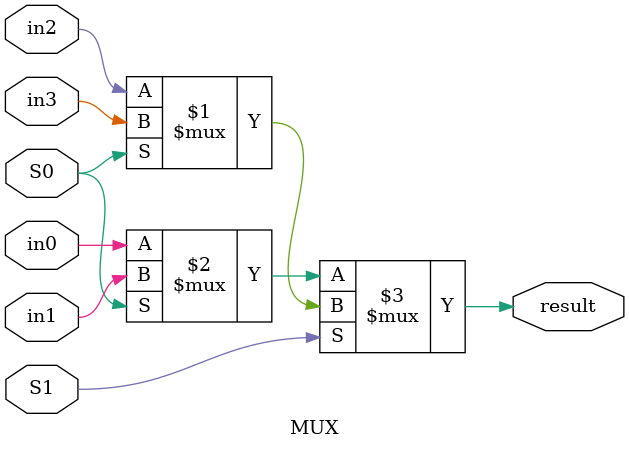
<source format=v>
`timescale 1ns / 1ps


module MUX(
    result, in0, in1, in2, in3, S0, S1
    );
    //pins declaration
    output result;
    input in0, in1, in2, in3, S0, S1;
    //S0    S1  result
    //0     0   in0
    //0     1   in1
    //1     0   in2
    //1     1   in3
    //do assign result value with 2 level select
    assign result = S1?(S0?in3:in2):(S0?in1:in0);
endmodule

</source>
